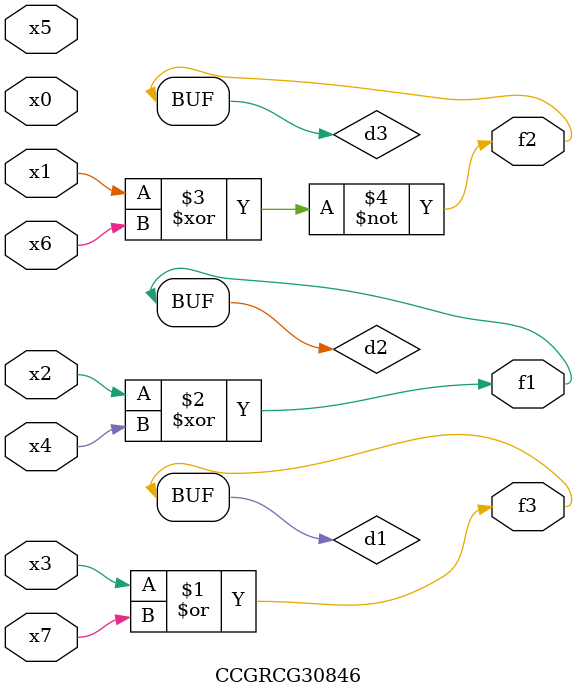
<source format=v>
module CCGRCG30846(
	input x0, x1, x2, x3, x4, x5, x6, x7,
	output f1, f2, f3
);

	wire d1, d2, d3;

	or (d1, x3, x7);
	xor (d2, x2, x4);
	xnor (d3, x1, x6);
	assign f1 = d2;
	assign f2 = d3;
	assign f3 = d1;
endmodule

</source>
